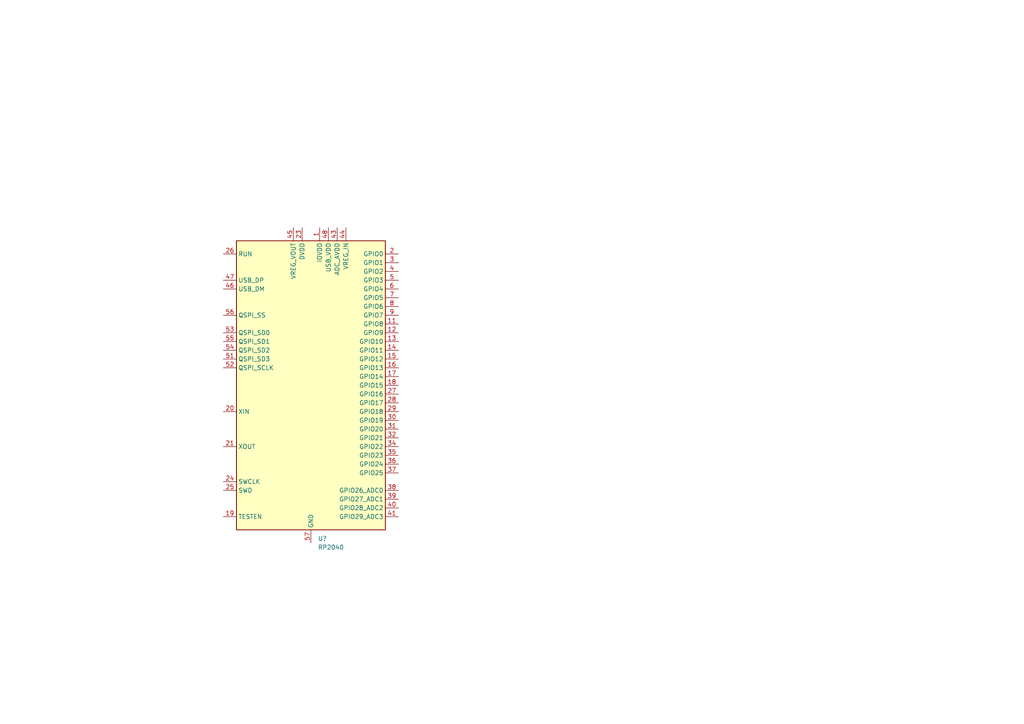
<source format=kicad_sch>
(kicad_sch (version 20211123) (generator eeschema)
  (paper "A4")
  (lib_symbols
    (symbol "MCU_RaspberryPi:RP2040"
      (property "Reference" "U" (at 17.78 45.72 0))
      (property "Value" "RP2040" (at 17.78 43.18 0))
      (symbol "RP2040_0_1"
        (rectangle (start -21.59 41.91) (end 21.59 -41.91) (stroke (width 0.254)) (fill (type background)))
      )
      (symbol "RP2040_1_1"
        (pin power_in line (at 2.54 45.72 270) (length 3.81) (name "IOVDD") (number "1"))
        (pin passive line (at 2.54 45.72 270) (length 3.81) hide (name "IOVDD") (number "10"))
        (pin bidirectional line (at 25.4 17.78 180) (length 3.81) (name "GPIO8") (number "11"))
        (pin bidirectional line (at 25.4 15.24 180) (length 3.81) (name "GPIO9") (number "12"))
        (pin bidirectional line (at 25.4 12.7 180) (length 3.81) (name "GPIO10") (number "13"))
        (pin bidirectional line (at 25.4 10.16 180) (length 3.81) (name "GPIO11") (number "14"))
        (pin bidirectional line (at 25.4 7.62 180) (length 3.81) (name "GPIO12") (number "15"))
        (pin bidirectional line (at 25.4 5.08 180) (length 3.81) (name "GPIO13") (number "16"))
        (pin bidirectional line (at 25.4 2.54 180) (length 3.81) (name "GPIO14") (number "17"))
        (pin bidirectional line (at 25.4 0 180) (length 3.81) (name "GPIO15") (number "18"))
        (pin input line (at -25.4 -38.1 0) (length 3.81) (name "TESTEN") (number "19"))
        (pin bidirectional line (at 25.4 38.1 180) (length 3.81) (name "GPIO0") (number "2"))
        (pin input line (at -25.4 -7.62 0) (length 3.81) (name "XIN") (number "20"))
        (pin passive line (at -25.4 -17.78 0) (length 3.81) (name "XOUT") (number "21"))
        (pin passive line (at 2.54 45.72 270) (length 3.81) hide (name "IOVDD") (number "22"))
        (pin power_in line (at -2.54 45.72 270) (length 3.81) (name "DVDD") (number "23"))
        (pin output line (at -25.4 -27.94 0) (length 3.81) (name "SWCLK") (number "24"))
        (pin bidirectional line (at -25.4 -30.48 0) (length 3.81) (name "SWD") (number "25"))
        (pin input line (at -25.4 38.1 0) (length 3.81) (name "RUN") (number "26"))
        (pin bidirectional line (at 25.4 -2.54 180) (length 3.81) (name "GPIO16") (number "27"))
        (pin bidirectional line (at 25.4 -5.08 180) (length 3.81) (name "GPIO17") (number "28"))
        (pin bidirectional line (at 25.4 -7.62 180) (length 3.81) (name "GPIO18") (number "29"))
        (pin bidirectional line (at 25.4 35.56 180) (length 3.81) (name "GPIO1") (number "3"))
        (pin bidirectional line (at 25.4 -10.16 180) (length 3.81) (name "GPIO19") (number "30"))
        (pin bidirectional line (at 25.4 -12.7 180) (length 3.81) (name "GPIO20") (number "31"))
        (pin bidirectional line (at 25.4 -15.24 180) (length 3.81) (name "GPIO21") (number "32"))
        (pin passive line (at 2.54 45.72 270) (length 3.81) hide (name "IOVDD") (number "33"))
        (pin bidirectional line (at 25.4 -17.78 180) (length 3.81) (name "GPIO22") (number "34"))
        (pin bidirectional line (at 25.4 -20.32 180) (length 3.81) (name "GPIO23") (number "35"))
        (pin bidirectional line (at 25.4 -22.86 180) (length 3.81) (name "GPIO24") (number "36"))
        (pin bidirectional line (at 25.4 -25.4 180) (length 3.81) (name "GPIO25") (number "37"))
        (pin bidirectional line (at 25.4 -30.48 180) (length 3.81) (name "GPIO26_ADC0") (number "38"))
        (pin bidirectional line (at 25.4 -33.02 180) (length 3.81) (name "GPIO27_ADC1") (number "39"))
        (pin bidirectional line (at 25.4 33.02 180) (length 3.81) (name "GPIO2") (number "4"))
        (pin bidirectional line (at 25.4 -35.56 180) (length 3.81) (name "GPIO28_ADC2") (number "40"))
        (pin bidirectional line (at 25.4 -38.1 180) (length 3.81) (name "GPIO29_ADC3") (number "41"))
        (pin passive line (at 2.54 45.72 270) (length 3.81) hide (name "IOVDD") (number "42"))
        (pin power_in line (at 7.62 45.72 270) (length 3.81) (name "ADC_AVDD") (number "43"))
        (pin power_in line (at 10.16 45.72 270) (length 3.81) (name "VREG_IN") (number "44"))
        (pin power_out line (at -5.08 45.72 270) (length 3.81) (name "VREG_VOUT") (number "45"))
        (pin bidirectional line (at -25.4 27.94 0) (length 3.81) (name "USB_DM") (number "46"))
        (pin bidirectional line (at -25.4 30.48 0) (length 3.81) (name "USB_DP") (number "47"))
        (pin power_in line (at 5.08 45.72 270) (length 3.81) (name "USB_VDD") (number "48"))
        (pin passive line (at 2.54 45.72 270) (length 3.81) hide (name "IOVDD") (number "49"))
        (pin bidirectional line (at 25.4 30.48 180) (length 3.81) (name "GPIO3") (number "5"))
        (pin passive line (at -2.54 45.72 270) (length 3.81) hide (name "DVDD") (number "50"))
        (pin bidirectional line (at -25.4 7.62 0) (length 3.81) (name "QSPI_SD3") (number "51"))
        (pin output line (at -25.4 5.08 0) (length 3.81) (name "QSPI_SCLK") (number "52"))
        (pin bidirectional line (at -25.4 15.24 0) (length 3.81) (name "QSPI_SD0") (number "53"))
        (pin bidirectional line (at -25.4 10.16 0) (length 3.81) (name "QSPI_SD2") (number "54"))
        (pin bidirectional line (at -25.4 12.7 0) (length 3.81) (name "QSPI_SD1") (number "55"))
        (pin bidirectional line (at -25.4 20.32 0) (length 3.81) (name "QSPI_SS") (number "56"))
        (pin power_in line (at 0 -45.72 90) (length 3.81) (name "GND") (number "57"))
        (pin bidirectional line (at 25.4 27.94 180) (length 3.81) (name "GPIO4") (number "6"))
        (pin bidirectional line (at 25.4 25.4 180) (length 3.81) (name "GPIO5") (number "7"))
        (pin bidirectional line (at 25.4 22.86 180) (length 3.81) (name "GPIO6") (number "8"))
        (pin bidirectional line (at 25.4 20.32 180) (length 3.81) (name "GPIO7") (number "9"))
      )
    )
  )
  (symbol (lib_id "MCU_RaspberryPi:RP2040") (at 90.17 111.76 0) (unit 1)
    (property "Reference" "U?" (at 92.1894 156.21 0) (effects (justify left)))
    (property "Value" "RP2040" (at 92.1894 158.75 0) (effects (justify left)))
    (property "Footprint" "Package_DFN_QFN:QFN-56-1EP_7x7mm_P0.4mm_EP3.2x3.2mm" (effects hide))
    (property "Datasheet" "https://datasheets.raspberrypi.com/rp2040/rp2040-datasheet.pdf" (effects hide))
  )
)
</source>
